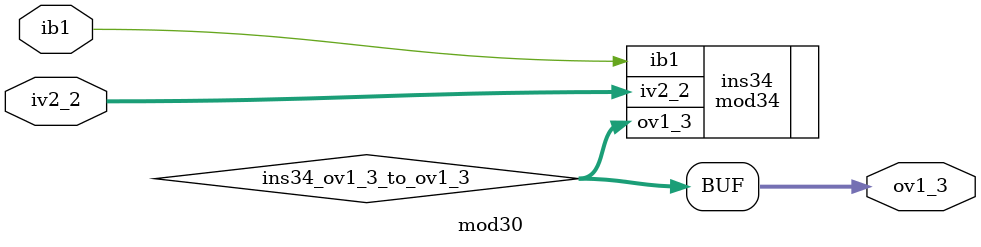
<source format=sv>
module mod30 (
  input logic       	ib1,
  input logic [2:0] 	iv2_2,
  output logic [3:0] 	ov1_3
);

logic [3:0] 	ins34_ov1_3_to_ov1_3;

mod34 ins34 (
  .ib1      (ib1),
  .iv2_2    (iv2_2),
  .ov1_3    (ins34_ov1_3_to_ov1_3)
);

assign ov1_3  = ins34_ov1_3_to_ov1_3;

endmodule: mod30
</source>
